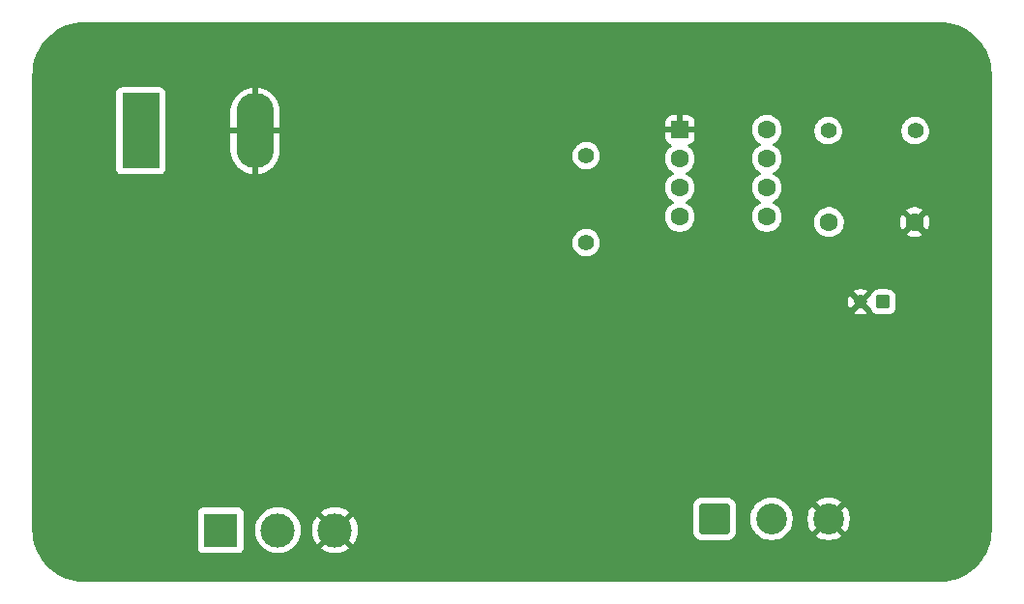
<source format=gbr>
%TF.GenerationSoftware,KiCad,Pcbnew,9.0.2*%
%TF.CreationDate,2025-06-20T12:40:34-04:00*%
%TF.ProjectId,criss,63726973-732e-46b6-9963-61645f706362,rev?*%
%TF.SameCoordinates,Original*%
%TF.FileFunction,Copper,L1,Top*%
%TF.FilePolarity,Positive*%
%FSLAX46Y46*%
G04 Gerber Fmt 4.6, Leading zero omitted, Abs format (unit mm)*
G04 Created by KiCad (PCBNEW 9.0.2) date 2025-06-20 12:40:34*
%MOMM*%
%LPD*%
G01*
G04 APERTURE LIST*
G04 Aperture macros list*
%AMRoundRect*
0 Rectangle with rounded corners*
0 $1 Rounding radius*
0 $2 $3 $4 $5 $6 $7 $8 $9 X,Y pos of 4 corners*
0 Add a 4 corners polygon primitive as box body*
4,1,4,$2,$3,$4,$5,$6,$7,$8,$9,$2,$3,0*
0 Add four circle primitives for the rounded corners*
1,1,$1+$1,$2,$3*
1,1,$1+$1,$4,$5*
1,1,$1+$1,$6,$7*
1,1,$1+$1,$8,$9*
0 Add four rect primitives between the rounded corners*
20,1,$1+$1,$2,$3,$4,$5,0*
20,1,$1+$1,$4,$5,$6,$7,0*
20,1,$1+$1,$6,$7,$8,$9,0*
20,1,$1+$1,$8,$9,$2,$3,0*%
G04 Aperture macros list end*
%TA.AperFunction,ComponentPad*%
%ADD10RoundRect,0.250000X0.350000X0.350000X-0.350000X0.350000X-0.350000X-0.350000X0.350000X-0.350000X0*%
%TD*%
%TA.AperFunction,ComponentPad*%
%ADD11C,1.200000*%
%TD*%
%TA.AperFunction,ComponentPad*%
%ADD12RoundRect,0.250000X-0.550000X-0.550000X0.550000X-0.550000X0.550000X0.550000X-0.550000X0.550000X0*%
%TD*%
%TA.AperFunction,ComponentPad*%
%ADD13C,1.600000*%
%TD*%
%TA.AperFunction,ComponentPad*%
%ADD14R,3.300000X6.600000*%
%TD*%
%TA.AperFunction,ComponentPad*%
%ADD15O,3.300000X6.600000*%
%TD*%
%TA.AperFunction,ComponentPad*%
%ADD16C,1.400000*%
%TD*%
%TA.AperFunction,ComponentPad*%
%ADD17R,3.000000X3.000000*%
%TD*%
%TA.AperFunction,ComponentPad*%
%ADD18C,3.000000*%
%TD*%
%TA.AperFunction,ComponentPad*%
%ADD19RoundRect,0.250001X-1.099999X-1.099999X1.099999X-1.099999X1.099999X1.099999X-1.099999X1.099999X0*%
%TD*%
%TA.AperFunction,ComponentPad*%
%ADD20C,2.700000*%
%TD*%
G04 APERTURE END LIST*
D10*
%TO.P,C2,1*%
%TO.N,Net-(U1-DIS)*%
X95000000Y-45000000D03*
D11*
%TO.P,C2,2*%
%TO.N,GND*%
X93000000Y-45000000D03*
%TD*%
D12*
%TO.P,U1,1,GND*%
%TO.N,GND*%
X77195000Y-29920000D03*
D13*
%TO.P,U1,2,TR*%
%TO.N,Net-(U1-TR)*%
X77195000Y-32460000D03*
%TO.P,U1,3,Q*%
%TO.N,Net-(J1-Pin_2)*%
X77195000Y-35000000D03*
%TO.P,U1,4,R*%
%TO.N,+5V*%
X77195000Y-37540000D03*
%TO.P,U1,5,CV*%
%TO.N,Net-(U1-CV)*%
X84815000Y-37540000D03*
%TO.P,U1,6,THR*%
%TO.N,Net-(U1-DIS)*%
X84815000Y-35000000D03*
%TO.P,U1,7,DIS*%
X84815000Y-32460000D03*
%TO.P,U1,8,VCC*%
%TO.N,+5V*%
X84815000Y-29920000D03*
%TD*%
D14*
%TO.P,J2,1,Pin_1*%
%TO.N,+5V*%
X30000000Y-30000000D03*
D15*
%TO.P,J2,2,Pin_2*%
%TO.N,GND*%
X40000000Y-30000000D03*
%TD*%
D16*
%TO.P,R2,1*%
%TO.N,+5V*%
X69000000Y-39810000D03*
%TO.P,R2,2*%
%TO.N,Net-(U1-TR)*%
X69000000Y-32190000D03*
%TD*%
D17*
%TO.P,RV1,1,1*%
%TO.N,unconnected-(RV1-Pad1)*%
X37000000Y-65000000D03*
D18*
%TO.P,RV1,2,2*%
%TO.N,Net-(U1-TR)*%
X42000000Y-65000000D03*
%TO.P,RV1,3,3*%
%TO.N,GND*%
X47000000Y-65000000D03*
%TD*%
D13*
%TO.P,C1,1*%
%TO.N,Net-(U1-CV)*%
X90250000Y-38000000D03*
%TO.P,C1,2*%
%TO.N,GND*%
X97750000Y-38000000D03*
%TD*%
D19*
%TO.P,J1,1,Pin_1*%
%TO.N,+5V*%
X80222500Y-64000000D03*
D20*
%TO.P,J1,2,Pin_2*%
%TO.N,Net-(J1-Pin_2)*%
X85222500Y-64000000D03*
%TO.P,J1,3,Pin_3*%
%TO.N,GND*%
X90222500Y-64000000D03*
%TD*%
D16*
%TO.P,R1,1*%
%TO.N,+5V*%
X90190000Y-30000000D03*
%TO.P,R1,2*%
%TO.N,Net-(U1-DIS)*%
X97810000Y-30000000D03*
%TD*%
%TA.AperFunction,Conductor*%
%TO.N,GND*%
G36*
X100002702Y-20500617D02*
G01*
X100386771Y-20517386D01*
X100397506Y-20518326D01*
X100775971Y-20568152D01*
X100786597Y-20570025D01*
X101159284Y-20652648D01*
X101169710Y-20655442D01*
X101533765Y-20770227D01*
X101543911Y-20773920D01*
X101896578Y-20920000D01*
X101906369Y-20924566D01*
X102244942Y-21100816D01*
X102254310Y-21106224D01*
X102576244Y-21311318D01*
X102585105Y-21317523D01*
X102887930Y-21549889D01*
X102896217Y-21556843D01*
X103177635Y-21814715D01*
X103185284Y-21822364D01*
X103443156Y-22103782D01*
X103450110Y-22112069D01*
X103682476Y-22414894D01*
X103688681Y-22423755D01*
X103893775Y-22745689D01*
X103899183Y-22755057D01*
X104075430Y-23093623D01*
X104080002Y-23103427D01*
X104226075Y-23456078D01*
X104229775Y-23466244D01*
X104344554Y-23830278D01*
X104347354Y-23840727D01*
X104429971Y-24213389D01*
X104431849Y-24224042D01*
X104481671Y-24602473D01*
X104482614Y-24613249D01*
X104499382Y-24997297D01*
X104499500Y-25002706D01*
X104499500Y-64997293D01*
X104499382Y-65002702D01*
X104482614Y-65386750D01*
X104481671Y-65397526D01*
X104431849Y-65775957D01*
X104429971Y-65786610D01*
X104347354Y-66159272D01*
X104344554Y-66169721D01*
X104229775Y-66533755D01*
X104226075Y-66543921D01*
X104080002Y-66896572D01*
X104075430Y-66906376D01*
X103899183Y-67244942D01*
X103893775Y-67254310D01*
X103688681Y-67576244D01*
X103682476Y-67585105D01*
X103450110Y-67887930D01*
X103443156Y-67896217D01*
X103185284Y-68177635D01*
X103177635Y-68185284D01*
X102896217Y-68443156D01*
X102887930Y-68450110D01*
X102585105Y-68682476D01*
X102576244Y-68688681D01*
X102254310Y-68893775D01*
X102244942Y-68899183D01*
X101906376Y-69075430D01*
X101896572Y-69080002D01*
X101543921Y-69226075D01*
X101533755Y-69229775D01*
X101169721Y-69344554D01*
X101159272Y-69347354D01*
X100786610Y-69429971D01*
X100775957Y-69431849D01*
X100397526Y-69481671D01*
X100386750Y-69482614D01*
X100002703Y-69499382D01*
X99997294Y-69499500D01*
X25002706Y-69499500D01*
X24997297Y-69499382D01*
X24613249Y-69482614D01*
X24602473Y-69481671D01*
X24224042Y-69431849D01*
X24213389Y-69429971D01*
X23840727Y-69347354D01*
X23830278Y-69344554D01*
X23466244Y-69229775D01*
X23456078Y-69226075D01*
X23103427Y-69080002D01*
X23093623Y-69075430D01*
X22755057Y-68899183D01*
X22745689Y-68893775D01*
X22423755Y-68688681D01*
X22414894Y-68682476D01*
X22112069Y-68450110D01*
X22103782Y-68443156D01*
X21822364Y-68185284D01*
X21814715Y-68177635D01*
X21556843Y-67896217D01*
X21549889Y-67887930D01*
X21317523Y-67585105D01*
X21311318Y-67576244D01*
X21106224Y-67254310D01*
X21100816Y-67244942D01*
X20973307Y-67000000D01*
X20924566Y-66906369D01*
X20919997Y-66896572D01*
X20773920Y-66543911D01*
X20770224Y-66533755D01*
X20655442Y-66169710D01*
X20652648Y-66159284D01*
X20570025Y-65786597D01*
X20568152Y-65775971D01*
X20518326Y-65397506D01*
X20517386Y-65386771D01*
X20500618Y-65002702D01*
X20500500Y-64997293D01*
X20500500Y-63452135D01*
X34999500Y-63452135D01*
X34999500Y-66547870D01*
X34999501Y-66547876D01*
X35005908Y-66607483D01*
X35056202Y-66742328D01*
X35056206Y-66742335D01*
X35142452Y-66857544D01*
X35142455Y-66857547D01*
X35257664Y-66943793D01*
X35257671Y-66943797D01*
X35392517Y-66994091D01*
X35392516Y-66994091D01*
X35399444Y-66994835D01*
X35452127Y-67000500D01*
X38547872Y-67000499D01*
X38607483Y-66994091D01*
X38742331Y-66943796D01*
X38857546Y-66857546D01*
X38943796Y-66742331D01*
X38994091Y-66607483D01*
X39000500Y-66547873D01*
X39000499Y-64868872D01*
X39999500Y-64868872D01*
X39999500Y-65131127D01*
X40015519Y-65252795D01*
X40033730Y-65391116D01*
X40089700Y-65600000D01*
X40101602Y-65644418D01*
X40101605Y-65644428D01*
X40201953Y-65886690D01*
X40201958Y-65886700D01*
X40333075Y-66113803D01*
X40492718Y-66321851D01*
X40492726Y-66321860D01*
X40678140Y-66507274D01*
X40678148Y-66507281D01*
X40886196Y-66666924D01*
X41113299Y-66798041D01*
X41113309Y-66798046D01*
X41355571Y-66898394D01*
X41355581Y-66898398D01*
X41608884Y-66966270D01*
X41857188Y-66998960D01*
X41868864Y-67000498D01*
X41868880Y-67000500D01*
X41868887Y-67000500D01*
X42131113Y-67000500D01*
X42131120Y-67000500D01*
X42391116Y-66966270D01*
X42644419Y-66898398D01*
X42886697Y-66798043D01*
X43113803Y-66666924D01*
X43321851Y-66507282D01*
X43321855Y-66507277D01*
X43321860Y-66507274D01*
X43507274Y-66321860D01*
X43507277Y-66321855D01*
X43507282Y-66321851D01*
X43666924Y-66113803D01*
X43798043Y-65886697D01*
X43898398Y-65644419D01*
X43966270Y-65391116D01*
X44000500Y-65131120D01*
X44000500Y-64868905D01*
X45000000Y-64868905D01*
X45000000Y-65131094D01*
X45034220Y-65391009D01*
X45034222Y-65391020D01*
X45102075Y-65644255D01*
X45202404Y-65886471D01*
X45202409Y-65886482D01*
X45333488Y-66113516D01*
X45333494Y-66113524D01*
X45420080Y-66226365D01*
X46435387Y-65211058D01*
X46440889Y-65231591D01*
X46519881Y-65368408D01*
X46631592Y-65480119D01*
X46768409Y-65559111D01*
X46788940Y-65564612D01*
X45773633Y-66579917D01*
X45773633Y-66579918D01*
X45886475Y-66666505D01*
X45886483Y-66666511D01*
X46113517Y-66797590D01*
X46113528Y-66797595D01*
X46355744Y-66897924D01*
X46608979Y-66965777D01*
X46608990Y-66965779D01*
X46868905Y-66999999D01*
X46868920Y-67000000D01*
X47131080Y-67000000D01*
X47131094Y-66999999D01*
X47391009Y-66965779D01*
X47391020Y-66965777D01*
X47644255Y-66897924D01*
X47886471Y-66797595D01*
X47886482Y-66797590D01*
X48113516Y-66666511D01*
X48113534Y-66666499D01*
X48226365Y-66579919D01*
X48226365Y-66579917D01*
X47211059Y-65564612D01*
X47231591Y-65559111D01*
X47368408Y-65480119D01*
X47480119Y-65368408D01*
X47559111Y-65231591D01*
X47564612Y-65211060D01*
X48579917Y-66226365D01*
X48579919Y-66226365D01*
X48666499Y-66113534D01*
X48666511Y-66113516D01*
X48797590Y-65886482D01*
X48797595Y-65886471D01*
X48897924Y-65644255D01*
X48965777Y-65391020D01*
X48965779Y-65391009D01*
X48999999Y-65131094D01*
X49000000Y-65131080D01*
X49000000Y-64868919D01*
X48999999Y-64868905D01*
X48965779Y-64608990D01*
X48965777Y-64608979D01*
X48897924Y-64355744D01*
X48797595Y-64113528D01*
X48797590Y-64113517D01*
X48666511Y-63886483D01*
X48666505Y-63886475D01*
X48579918Y-63773633D01*
X48579917Y-63773633D01*
X47564612Y-64788939D01*
X47559111Y-64768409D01*
X47480119Y-64631592D01*
X47368408Y-64519881D01*
X47231591Y-64440889D01*
X47211057Y-64435387D01*
X48226365Y-63420080D01*
X48113524Y-63333494D01*
X48113516Y-63333488D01*
X47886482Y-63202409D01*
X47886471Y-63202404D01*
X47644255Y-63102075D01*
X47391020Y-63034222D01*
X47391009Y-63034220D01*
X47131094Y-63000000D01*
X46868905Y-63000000D01*
X46608990Y-63034220D01*
X46608979Y-63034222D01*
X46355744Y-63102075D01*
X46113528Y-63202404D01*
X46113517Y-63202409D01*
X45886471Y-63333496D01*
X45773633Y-63420079D01*
X45773633Y-63420080D01*
X46788940Y-64435387D01*
X46768409Y-64440889D01*
X46631592Y-64519881D01*
X46519881Y-64631592D01*
X46440889Y-64768409D01*
X46435387Y-64788940D01*
X45420080Y-63773633D01*
X45420079Y-63773633D01*
X45333496Y-63886471D01*
X45202409Y-64113517D01*
X45202404Y-64113528D01*
X45102075Y-64355744D01*
X45034222Y-64608979D01*
X45034220Y-64608990D01*
X45000000Y-64868905D01*
X44000500Y-64868905D01*
X44000500Y-64868880D01*
X43966270Y-64608884D01*
X43898398Y-64355581D01*
X43801334Y-64121248D01*
X43798046Y-64113309D01*
X43798041Y-64113299D01*
X43666924Y-63886196D01*
X43507281Y-63678148D01*
X43507274Y-63678140D01*
X43321860Y-63492726D01*
X43321851Y-63492718D01*
X43113803Y-63333075D01*
X42886700Y-63201958D01*
X42886690Y-63201953D01*
X42644428Y-63101605D01*
X42644421Y-63101603D01*
X42644419Y-63101602D01*
X42391116Y-63033730D01*
X42333339Y-63026123D01*
X42131127Y-62999500D01*
X42131120Y-62999500D01*
X41868880Y-62999500D01*
X41868872Y-62999500D01*
X41637772Y-63029926D01*
X41608884Y-63033730D01*
X41355581Y-63101602D01*
X41355571Y-63101605D01*
X41113309Y-63201953D01*
X41113299Y-63201958D01*
X40886196Y-63333075D01*
X40678148Y-63492718D01*
X40492718Y-63678148D01*
X40333075Y-63886196D01*
X40201958Y-64113299D01*
X40201953Y-64113309D01*
X40101605Y-64355571D01*
X40101602Y-64355581D01*
X40033730Y-64608884D01*
X40033716Y-64608990D01*
X39999500Y-64868872D01*
X39000499Y-64868872D01*
X39000499Y-63452128D01*
X38994091Y-63392517D01*
X38943796Y-63257669D01*
X38943795Y-63257668D01*
X38943793Y-63257664D01*
X38857547Y-63142455D01*
X38857544Y-63142452D01*
X38742335Y-63056206D01*
X38742328Y-63056202D01*
X38607482Y-63005908D01*
X38607483Y-63005908D01*
X38547883Y-62999501D01*
X38547881Y-62999500D01*
X38547873Y-62999500D01*
X38547864Y-62999500D01*
X35452129Y-62999500D01*
X35452123Y-62999501D01*
X35392516Y-63005908D01*
X35257671Y-63056202D01*
X35257664Y-63056206D01*
X35142455Y-63142452D01*
X35142452Y-63142455D01*
X35056206Y-63257664D01*
X35056202Y-63257671D01*
X35005908Y-63392517D01*
X34999501Y-63452116D01*
X34999501Y-63452123D01*
X34999500Y-63452135D01*
X20500500Y-63452135D01*
X20500500Y-62849984D01*
X78372000Y-62849984D01*
X78372000Y-65150015D01*
X78382500Y-65252795D01*
X78382501Y-65252796D01*
X78437686Y-65419335D01*
X78437687Y-65419337D01*
X78529786Y-65568651D01*
X78529789Y-65568655D01*
X78653844Y-65692710D01*
X78653848Y-65692713D01*
X78803162Y-65784812D01*
X78803164Y-65784813D01*
X78803166Y-65784814D01*
X78969703Y-65839999D01*
X79072492Y-65850500D01*
X79072497Y-65850500D01*
X81372503Y-65850500D01*
X81372508Y-65850500D01*
X81475297Y-65839999D01*
X81641834Y-65784814D01*
X81791155Y-65692711D01*
X81915211Y-65568655D01*
X82007314Y-65419334D01*
X82062499Y-65252797D01*
X82073000Y-65150008D01*
X82073000Y-63878711D01*
X83372000Y-63878711D01*
X83372000Y-64121288D01*
X83403661Y-64361785D01*
X83466447Y-64596104D01*
X83558084Y-64817335D01*
X83559276Y-64820212D01*
X83680564Y-65030289D01*
X83680566Y-65030292D01*
X83680567Y-65030293D01*
X83828233Y-65222736D01*
X83828239Y-65222743D01*
X83999756Y-65394260D01*
X83999763Y-65394266D01*
X84102288Y-65472936D01*
X84192211Y-65541936D01*
X84402288Y-65663224D01*
X84626400Y-65756054D01*
X84860711Y-65818838D01*
X85021440Y-65839998D01*
X85101211Y-65850500D01*
X85101212Y-65850500D01*
X85343789Y-65850500D01*
X85423552Y-65839999D01*
X85584289Y-65818838D01*
X85818600Y-65756054D01*
X86042712Y-65663224D01*
X86252789Y-65541936D01*
X86445238Y-65394265D01*
X86471095Y-65368408D01*
X86502201Y-65337303D01*
X86616760Y-65222743D01*
X86616765Y-65222738D01*
X86764436Y-65030289D01*
X86885724Y-64820212D01*
X86978554Y-64596100D01*
X87041338Y-64361789D01*
X87073000Y-64121288D01*
X87073000Y-63878751D01*
X88372500Y-63878751D01*
X88372500Y-64121248D01*
X88372501Y-64121264D01*
X88404153Y-64361687D01*
X88466921Y-64595939D01*
X88559720Y-64819978D01*
X88559727Y-64819992D01*
X88680981Y-65030010D01*
X88749561Y-65119384D01*
X89468384Y-64400560D01*
X89469240Y-64402626D01*
X89562262Y-64541844D01*
X89680656Y-64660238D01*
X89819874Y-64753260D01*
X89821937Y-64754114D01*
X89103114Y-65472936D01*
X89103114Y-65472937D01*
X89192489Y-65541517D01*
X89192496Y-65541522D01*
X89402507Y-65662772D01*
X89402521Y-65662779D01*
X89626560Y-65755578D01*
X89860812Y-65818346D01*
X90101235Y-65849998D01*
X90101252Y-65850000D01*
X90343748Y-65850000D01*
X90343764Y-65849998D01*
X90584187Y-65818346D01*
X90818439Y-65755578D01*
X91042478Y-65662779D01*
X91042492Y-65662772D01*
X91252516Y-65541515D01*
X91341884Y-65472939D01*
X91341884Y-65472936D01*
X90623062Y-64754114D01*
X90625126Y-64753260D01*
X90764344Y-64660238D01*
X90882738Y-64541844D01*
X90975760Y-64402626D01*
X90976614Y-64400562D01*
X91695436Y-65119384D01*
X91695439Y-65119384D01*
X91764015Y-65030016D01*
X91885272Y-64819992D01*
X91885279Y-64819978D01*
X91978078Y-64595939D01*
X92040846Y-64361687D01*
X92072498Y-64121264D01*
X92072500Y-64121248D01*
X92072500Y-63878751D01*
X92072498Y-63878735D01*
X92040846Y-63638312D01*
X91978078Y-63404060D01*
X91885279Y-63180021D01*
X91885272Y-63180007D01*
X91764022Y-62969996D01*
X91764017Y-62969989D01*
X91695437Y-62880614D01*
X91695436Y-62880614D01*
X90976614Y-63599436D01*
X90975760Y-63597374D01*
X90882738Y-63458156D01*
X90764344Y-63339762D01*
X90625126Y-63246740D01*
X90623060Y-63245884D01*
X91341884Y-62527061D01*
X91252510Y-62458481D01*
X91042492Y-62337227D01*
X91042478Y-62337220D01*
X90818439Y-62244421D01*
X90584187Y-62181653D01*
X90343764Y-62150001D01*
X90343748Y-62150000D01*
X90101252Y-62150000D01*
X90101235Y-62150001D01*
X89860812Y-62181653D01*
X89626560Y-62244421D01*
X89402521Y-62337220D01*
X89402506Y-62337227D01*
X89192490Y-62458480D01*
X89103114Y-62527060D01*
X89103114Y-62527061D01*
X89821938Y-63245885D01*
X89819874Y-63246740D01*
X89680656Y-63339762D01*
X89562262Y-63458156D01*
X89469240Y-63597374D01*
X89468385Y-63599438D01*
X88749561Y-62880614D01*
X88749560Y-62880614D01*
X88680980Y-62969990D01*
X88559727Y-63180006D01*
X88559720Y-63180021D01*
X88466921Y-63404060D01*
X88404153Y-63638312D01*
X88372501Y-63878735D01*
X88372500Y-63878751D01*
X87073000Y-63878751D01*
X87073000Y-63878712D01*
X87041338Y-63638211D01*
X86978554Y-63403900D01*
X86885724Y-63179788D01*
X86764436Y-62969711D01*
X86672573Y-62849992D01*
X86616766Y-62777263D01*
X86616760Y-62777256D01*
X86445243Y-62605739D01*
X86445236Y-62605733D01*
X86252793Y-62458067D01*
X86252792Y-62458066D01*
X86252789Y-62458064D01*
X86042712Y-62336776D01*
X86042705Y-62336773D01*
X85818604Y-62243947D01*
X85584285Y-62181161D01*
X85343789Y-62149500D01*
X85343788Y-62149500D01*
X85101212Y-62149500D01*
X85101211Y-62149500D01*
X84860714Y-62181161D01*
X84626395Y-62243947D01*
X84402294Y-62336773D01*
X84402285Y-62336777D01*
X84192206Y-62458067D01*
X83999763Y-62605733D01*
X83999756Y-62605739D01*
X83828239Y-62777256D01*
X83828233Y-62777263D01*
X83680567Y-62969706D01*
X83680564Y-62969710D01*
X83680564Y-62969711D01*
X83664317Y-62997851D01*
X83559277Y-63179785D01*
X83559273Y-63179794D01*
X83466447Y-63403895D01*
X83403661Y-63638214D01*
X83372000Y-63878711D01*
X82073000Y-63878711D01*
X82073000Y-62849992D01*
X82062499Y-62747203D01*
X82007314Y-62580666D01*
X81974249Y-62527060D01*
X81915213Y-62431348D01*
X81915210Y-62431344D01*
X81791155Y-62307289D01*
X81791151Y-62307286D01*
X81641837Y-62215187D01*
X81641835Y-62215186D01*
X81540638Y-62181653D01*
X81475297Y-62160001D01*
X81475295Y-62160000D01*
X81372515Y-62149500D01*
X81372508Y-62149500D01*
X79072492Y-62149500D01*
X79072484Y-62149500D01*
X78969704Y-62160000D01*
X78969703Y-62160001D01*
X78803164Y-62215186D01*
X78803162Y-62215187D01*
X78653848Y-62307286D01*
X78653844Y-62307289D01*
X78529789Y-62431344D01*
X78529786Y-62431348D01*
X78437687Y-62580662D01*
X78437686Y-62580664D01*
X78382501Y-62747203D01*
X78382500Y-62747204D01*
X78372000Y-62849984D01*
X20500500Y-62849984D01*
X20500500Y-45936289D01*
X92417261Y-45936289D01*
X92417262Y-45936290D01*
X92423471Y-45940801D01*
X92577742Y-46019408D01*
X92742415Y-46072914D01*
X92913429Y-46100000D01*
X93086571Y-46100000D01*
X93257584Y-46072914D01*
X93422257Y-46019408D01*
X93576525Y-45940803D01*
X93582736Y-45936289D01*
X93582737Y-45936289D01*
X93000001Y-45353553D01*
X93000000Y-45353553D01*
X92417261Y-45936289D01*
X20500500Y-45936289D01*
X20500500Y-44913428D01*
X91900000Y-44913428D01*
X91900000Y-45086571D01*
X91927085Y-45257584D01*
X91980592Y-45422259D01*
X92059196Y-45576525D01*
X92063709Y-45582736D01*
X92063709Y-45582737D01*
X92646446Y-45000001D01*
X92646446Y-44999999D01*
X92606951Y-44960504D01*
X92700000Y-44960504D01*
X92700000Y-45039496D01*
X92720444Y-45115796D01*
X92759940Y-45184205D01*
X92815795Y-45240060D01*
X92884204Y-45279556D01*
X92960504Y-45300000D01*
X93039496Y-45300000D01*
X93115796Y-45279556D01*
X93184205Y-45240060D01*
X93240060Y-45184205D01*
X93279556Y-45115796D01*
X93300000Y-45039496D01*
X93300000Y-44999999D01*
X93353553Y-44999999D01*
X93353553Y-45000000D01*
X93915807Y-45562254D01*
X93945831Y-45610929D01*
X93965184Y-45669331D01*
X93965186Y-45669334D01*
X94057288Y-45818656D01*
X94181344Y-45942712D01*
X94330666Y-46034814D01*
X94497203Y-46089999D01*
X94599991Y-46100500D01*
X95400008Y-46100499D01*
X95400016Y-46100498D01*
X95400019Y-46100498D01*
X95456302Y-46094748D01*
X95502797Y-46089999D01*
X95669334Y-46034814D01*
X95818656Y-45942712D01*
X95942712Y-45818656D01*
X96034814Y-45669334D01*
X96089999Y-45502797D01*
X96100500Y-45400009D01*
X96100499Y-44599992D01*
X96089999Y-44497203D01*
X96034814Y-44330666D01*
X95942712Y-44181344D01*
X95818656Y-44057288D01*
X95669334Y-43965186D01*
X95502797Y-43910001D01*
X95502795Y-43910000D01*
X95400010Y-43899500D01*
X94599998Y-43899500D01*
X94599980Y-43899501D01*
X94497203Y-43910000D01*
X94497200Y-43910001D01*
X94330668Y-43965185D01*
X94330663Y-43965187D01*
X94181342Y-44057289D01*
X94057289Y-44181342D01*
X93965186Y-44330666D01*
X93945834Y-44389066D01*
X93915809Y-44437742D01*
X93353553Y-44999999D01*
X93300000Y-44999999D01*
X93300000Y-44960504D01*
X93279556Y-44884204D01*
X93240060Y-44815795D01*
X93184205Y-44759940D01*
X93115796Y-44720444D01*
X93039496Y-44700000D01*
X92960504Y-44700000D01*
X92884204Y-44720444D01*
X92815795Y-44759940D01*
X92759940Y-44815795D01*
X92720444Y-44884204D01*
X92700000Y-44960504D01*
X92606951Y-44960504D01*
X92063709Y-44417261D01*
X92063708Y-44417261D01*
X92059203Y-44423463D01*
X92059193Y-44423480D01*
X91980592Y-44577740D01*
X91927085Y-44742415D01*
X91900000Y-44913428D01*
X20500500Y-44913428D01*
X20500500Y-44063708D01*
X92417261Y-44063708D01*
X92417261Y-44063709D01*
X93000000Y-44646446D01*
X93000001Y-44646446D01*
X93582737Y-44063709D01*
X93576525Y-44059196D01*
X93422259Y-43980592D01*
X93257584Y-43927085D01*
X93086571Y-43900000D01*
X92913429Y-43900000D01*
X92742415Y-43927085D01*
X92577740Y-43980592D01*
X92423480Y-44059193D01*
X92423463Y-44059203D01*
X92417261Y-44063708D01*
X20500500Y-44063708D01*
X20500500Y-39715513D01*
X67799500Y-39715513D01*
X67799500Y-39904486D01*
X67829059Y-40091118D01*
X67887454Y-40270836D01*
X67973240Y-40439199D01*
X68084310Y-40592073D01*
X68217927Y-40725690D01*
X68370801Y-40836760D01*
X68450347Y-40877290D01*
X68539163Y-40922545D01*
X68539165Y-40922545D01*
X68539168Y-40922547D01*
X68635497Y-40953846D01*
X68718881Y-40980940D01*
X68905514Y-41010500D01*
X68905519Y-41010500D01*
X69094486Y-41010500D01*
X69281118Y-40980940D01*
X69460832Y-40922547D01*
X69629199Y-40836760D01*
X69782073Y-40725690D01*
X69915690Y-40592073D01*
X70026760Y-40439199D01*
X70112547Y-40270832D01*
X70170940Y-40091118D01*
X70200500Y-39904486D01*
X70200500Y-39715513D01*
X70170940Y-39528881D01*
X70112545Y-39349163D01*
X70026759Y-39180800D01*
X69976981Y-39112287D01*
X69915690Y-39027927D01*
X69782073Y-38894310D01*
X69629199Y-38783240D01*
X69460836Y-38697454D01*
X69281118Y-38639059D01*
X69094486Y-38609500D01*
X69094481Y-38609500D01*
X68905519Y-38609500D01*
X68905514Y-38609500D01*
X68718881Y-38639059D01*
X68539163Y-38697454D01*
X68370800Y-38783240D01*
X68336065Y-38808477D01*
X68217927Y-38894310D01*
X68217925Y-38894312D01*
X68217924Y-38894312D01*
X68084312Y-39027924D01*
X68084312Y-39027925D01*
X68084310Y-39027927D01*
X68046859Y-39079474D01*
X67973240Y-39180800D01*
X67887454Y-39349163D01*
X67829059Y-39528881D01*
X67799500Y-39715513D01*
X20500500Y-39715513D01*
X20500500Y-26652135D01*
X27849500Y-26652135D01*
X27849500Y-33347870D01*
X27849501Y-33347876D01*
X27855908Y-33407483D01*
X27906202Y-33542328D01*
X27906206Y-33542335D01*
X27992452Y-33657544D01*
X27992455Y-33657547D01*
X28107664Y-33743793D01*
X28107671Y-33743797D01*
X28242517Y-33794091D01*
X28242516Y-33794091D01*
X28248925Y-33794780D01*
X28302127Y-33800500D01*
X31697872Y-33800499D01*
X31757483Y-33794091D01*
X31892331Y-33743796D01*
X32007546Y-33657546D01*
X32093796Y-33542331D01*
X32144091Y-33407483D01*
X32150500Y-33347873D01*
X32150499Y-28209088D01*
X37850000Y-28209088D01*
X37850000Y-29750000D01*
X38925885Y-29750000D01*
X38900000Y-29913428D01*
X38900000Y-30086572D01*
X38925885Y-30250000D01*
X37850000Y-30250000D01*
X37850000Y-31790911D01*
X37850001Y-31790928D01*
X37886786Y-32070340D01*
X37959733Y-32342582D01*
X38067584Y-32602957D01*
X38067589Y-32602968D01*
X38208500Y-32847031D01*
X38208511Y-32847047D01*
X38380074Y-33070633D01*
X38380080Y-33070640D01*
X38579359Y-33269919D01*
X38579366Y-33269925D01*
X38802952Y-33441488D01*
X38802968Y-33441499D01*
X39047031Y-33582410D01*
X39047042Y-33582415D01*
X39307417Y-33690266D01*
X39579659Y-33763213D01*
X39750000Y-33785639D01*
X39750000Y-31074115D01*
X39913428Y-31100000D01*
X40086572Y-31100000D01*
X40250000Y-31074115D01*
X40250000Y-33785638D01*
X40420340Y-33763213D01*
X40692582Y-33690266D01*
X40952957Y-33582415D01*
X40952968Y-33582410D01*
X41197031Y-33441499D01*
X41197047Y-33441488D01*
X41420633Y-33269925D01*
X41420640Y-33269919D01*
X41619919Y-33070640D01*
X41619925Y-33070633D01*
X41791488Y-32847047D01*
X41791499Y-32847031D01*
X41932410Y-32602968D01*
X41932415Y-32602957D01*
X42040266Y-32342582D01*
X42106468Y-32095513D01*
X67799500Y-32095513D01*
X67799500Y-32284486D01*
X67829059Y-32471118D01*
X67887454Y-32650836D01*
X67945387Y-32764534D01*
X67973240Y-32819199D01*
X68084310Y-32972073D01*
X68217927Y-33105690D01*
X68370801Y-33216760D01*
X68450347Y-33257290D01*
X68539163Y-33302545D01*
X68539165Y-33302545D01*
X68539168Y-33302547D01*
X68635497Y-33333846D01*
X68718881Y-33360940D01*
X68905514Y-33390500D01*
X68905519Y-33390500D01*
X69094486Y-33390500D01*
X69281118Y-33360940D01*
X69321303Y-33347883D01*
X69460832Y-33302547D01*
X69629199Y-33216760D01*
X69782073Y-33105690D01*
X69915690Y-32972073D01*
X70026760Y-32819199D01*
X70112547Y-32650832D01*
X70170940Y-32471118D01*
X70188912Y-32357648D01*
X75894500Y-32357648D01*
X75894500Y-32562351D01*
X75926522Y-32764534D01*
X75989781Y-32959223D01*
X76082715Y-33141613D01*
X76203028Y-33307213D01*
X76347786Y-33451971D01*
X76472164Y-33542335D01*
X76513390Y-33572287D01*
X76604840Y-33618883D01*
X76606080Y-33619515D01*
X76656876Y-33667490D01*
X76673671Y-33735311D01*
X76651134Y-33801446D01*
X76606080Y-33840485D01*
X76513386Y-33887715D01*
X76347786Y-34008028D01*
X76203028Y-34152786D01*
X76082715Y-34318386D01*
X75989781Y-34500776D01*
X75926522Y-34695465D01*
X75894500Y-34897648D01*
X75894500Y-35102351D01*
X75926522Y-35304534D01*
X75989781Y-35499223D01*
X76082715Y-35681613D01*
X76203028Y-35847213D01*
X76347786Y-35991971D01*
X76502749Y-36104556D01*
X76513390Y-36112287D01*
X76604840Y-36158883D01*
X76606080Y-36159515D01*
X76656876Y-36207490D01*
X76673671Y-36275311D01*
X76651134Y-36341446D01*
X76606080Y-36380485D01*
X76513386Y-36427715D01*
X76347786Y-36548028D01*
X76203028Y-36692786D01*
X76082715Y-36858386D01*
X75989781Y-37040776D01*
X75926522Y-37235465D01*
X75894500Y-37437648D01*
X75894500Y-37642352D01*
X75898878Y-37669995D01*
X75926522Y-37844534D01*
X75989781Y-38039223D01*
X76082715Y-38221613D01*
X76203028Y-38387213D01*
X76347786Y-38531971D01*
X76454498Y-38609500D01*
X76513390Y-38652287D01*
X76629607Y-38711503D01*
X76695776Y-38745218D01*
X76695778Y-38745218D01*
X76695781Y-38745220D01*
X76800137Y-38779127D01*
X76890465Y-38808477D01*
X76991557Y-38824488D01*
X77092648Y-38840500D01*
X77092649Y-38840500D01*
X77297351Y-38840500D01*
X77297352Y-38840500D01*
X77499534Y-38808477D01*
X77694219Y-38745220D01*
X77876610Y-38652287D01*
X77969590Y-38584732D01*
X78042213Y-38531971D01*
X78042215Y-38531968D01*
X78042219Y-38531966D01*
X78186966Y-38387219D01*
X78186968Y-38387215D01*
X78186971Y-38387213D01*
X78247125Y-38304417D01*
X78307287Y-38221610D01*
X78400220Y-38039219D01*
X78463477Y-37844534D01*
X78495500Y-37642352D01*
X78495500Y-37437648D01*
X78476611Y-37318390D01*
X78463477Y-37235465D01*
X78400218Y-37040776D01*
X78366503Y-36974607D01*
X78307287Y-36858390D01*
X78299556Y-36847749D01*
X78186971Y-36692786D01*
X78042213Y-36548028D01*
X77876614Y-36427715D01*
X77870006Y-36424348D01*
X77783917Y-36380483D01*
X77733123Y-36332511D01*
X77716328Y-36264690D01*
X77738865Y-36198555D01*
X77783917Y-36159516D01*
X77876610Y-36112287D01*
X77897770Y-36096913D01*
X78042213Y-35991971D01*
X78042215Y-35991968D01*
X78042219Y-35991966D01*
X78186966Y-35847219D01*
X78186968Y-35847215D01*
X78186971Y-35847213D01*
X78239732Y-35774590D01*
X78307287Y-35681610D01*
X78400220Y-35499219D01*
X78463477Y-35304534D01*
X78495500Y-35102352D01*
X78495500Y-34897648D01*
X78463477Y-34695466D01*
X78400220Y-34500781D01*
X78400218Y-34500778D01*
X78400218Y-34500776D01*
X78366503Y-34434607D01*
X78307287Y-34318390D01*
X78299556Y-34307749D01*
X78186971Y-34152786D01*
X78042213Y-34008028D01*
X77876614Y-33887715D01*
X77870006Y-33884348D01*
X77783917Y-33840483D01*
X77733123Y-33792511D01*
X77716328Y-33724690D01*
X77738865Y-33658555D01*
X77783917Y-33619516D01*
X77876610Y-33572287D01*
X77917845Y-33542328D01*
X78042213Y-33451971D01*
X78042215Y-33451968D01*
X78042219Y-33451966D01*
X78186966Y-33307219D01*
X78186968Y-33307215D01*
X78186971Y-33307213D01*
X78252688Y-33216760D01*
X78307287Y-33141610D01*
X78400220Y-32959219D01*
X78463477Y-32764534D01*
X78495500Y-32562352D01*
X78495500Y-32357648D01*
X78463477Y-32155466D01*
X78400220Y-31960781D01*
X78400218Y-31960778D01*
X78400218Y-31960776D01*
X78313675Y-31790928D01*
X78307287Y-31778390D01*
X78299556Y-31767749D01*
X78186971Y-31612786D01*
X78042217Y-31468032D01*
X78042212Y-31468028D01*
X77948051Y-31399616D01*
X77905385Y-31344286D01*
X77899406Y-31274673D01*
X77932012Y-31212878D01*
X77981933Y-31181592D01*
X78064117Y-31154359D01*
X78064124Y-31154356D01*
X78213345Y-31062315D01*
X78337315Y-30938345D01*
X78429356Y-30789124D01*
X78429358Y-30789119D01*
X78484505Y-30622697D01*
X78484506Y-30622690D01*
X78494999Y-30519986D01*
X78495000Y-30519973D01*
X78495000Y-30170000D01*
X77510686Y-30170000D01*
X77515080Y-30165606D01*
X77567741Y-30074394D01*
X77595000Y-29972661D01*
X77595000Y-29867339D01*
X77581685Y-29817648D01*
X83514500Y-29817648D01*
X83514500Y-30022351D01*
X83546522Y-30224534D01*
X83609781Y-30419223D01*
X83702715Y-30601613D01*
X83823028Y-30767213D01*
X83967786Y-30911971D01*
X84074498Y-30989500D01*
X84133390Y-31032287D01*
X84213125Y-31072914D01*
X84226080Y-31079515D01*
X84276876Y-31127490D01*
X84293671Y-31195311D01*
X84271134Y-31261446D01*
X84226080Y-31300485D01*
X84133386Y-31347715D01*
X83967786Y-31468028D01*
X83823028Y-31612786D01*
X83702715Y-31778386D01*
X83609781Y-31960776D01*
X83546522Y-32155465D01*
X83514500Y-32357648D01*
X83514500Y-32562351D01*
X83546522Y-32764534D01*
X83609781Y-32959223D01*
X83702715Y-33141613D01*
X83823028Y-33307213D01*
X83967786Y-33451971D01*
X84092164Y-33542335D01*
X84133390Y-33572287D01*
X84224840Y-33618883D01*
X84226080Y-33619515D01*
X84276876Y-33667490D01*
X84293671Y-33735311D01*
X84271134Y-33801446D01*
X84226080Y-33840485D01*
X84133386Y-33887715D01*
X83967786Y-34008028D01*
X83823028Y-34152786D01*
X83702715Y-34318386D01*
X83609781Y-34500776D01*
X83546522Y-34695465D01*
X83514500Y-34897648D01*
X83514500Y-35102351D01*
X83546522Y-35304534D01*
X83609781Y-35499223D01*
X83702715Y-35681613D01*
X83823028Y-35847213D01*
X83967786Y-35991971D01*
X84122749Y-36104556D01*
X84133390Y-36112287D01*
X84224840Y-36158883D01*
X84226080Y-36159515D01*
X84276876Y-36207490D01*
X84293671Y-36275311D01*
X84271134Y-36341446D01*
X84226080Y-36380485D01*
X84133386Y-36427715D01*
X83967786Y-36548028D01*
X83823028Y-36692786D01*
X83702715Y-36858386D01*
X83609781Y-37040776D01*
X83546522Y-37235465D01*
X83514500Y-37437648D01*
X83514500Y-37642352D01*
X83518878Y-37669995D01*
X83546522Y-37844534D01*
X83609781Y-38039223D01*
X83702715Y-38221613D01*
X83823028Y-38387213D01*
X83967786Y-38531971D01*
X84074498Y-38609500D01*
X84133390Y-38652287D01*
X84249607Y-38711503D01*
X84315776Y-38745218D01*
X84315778Y-38745218D01*
X84315781Y-38745220D01*
X84420137Y-38779127D01*
X84510465Y-38808477D01*
X84611557Y-38824488D01*
X84712648Y-38840500D01*
X84712649Y-38840500D01*
X84917351Y-38840500D01*
X84917352Y-38840500D01*
X85119534Y-38808477D01*
X85314219Y-38745220D01*
X85496610Y-38652287D01*
X85589590Y-38584732D01*
X85662213Y-38531971D01*
X85662215Y-38531968D01*
X85662219Y-38531966D01*
X85806966Y-38387219D01*
X85806968Y-38387215D01*
X85806971Y-38387213D01*
X85867125Y-38304417D01*
X85927287Y-38221610D01*
X86020220Y-38039219D01*
X86066219Y-37897648D01*
X88949500Y-37897648D01*
X88949500Y-38102351D01*
X88981522Y-38304534D01*
X89044781Y-38499223D01*
X89100971Y-38609500D01*
X89137585Y-38681359D01*
X89137715Y-38681613D01*
X89258028Y-38847213D01*
X89402786Y-38991971D01*
X89523226Y-39079474D01*
X89568390Y-39112287D01*
X89684607Y-39171503D01*
X89750776Y-39205218D01*
X89750778Y-39205218D01*
X89750781Y-39205220D01*
X89855137Y-39239127D01*
X89945465Y-39268477D01*
X90046557Y-39284488D01*
X90147648Y-39300500D01*
X90147649Y-39300500D01*
X90352351Y-39300500D01*
X90352352Y-39300500D01*
X90554534Y-39268477D01*
X90749219Y-39205220D01*
X90931610Y-39112287D01*
X91047723Y-39027927D01*
X91097213Y-38991971D01*
X91097215Y-38991968D01*
X91097219Y-38991966D01*
X91241966Y-38847219D01*
X91241968Y-38847215D01*
X91241971Y-38847213D01*
X91316073Y-38745218D01*
X91362287Y-38681610D01*
X91455220Y-38499219D01*
X91518477Y-38304534D01*
X91550500Y-38102352D01*
X91550500Y-37897682D01*
X96450000Y-37897682D01*
X96450000Y-38102317D01*
X96482009Y-38304417D01*
X96545244Y-38499031D01*
X96638141Y-38681350D01*
X96638147Y-38681359D01*
X96670523Y-38725921D01*
X96670524Y-38725922D01*
X97350000Y-38046446D01*
X97350000Y-38052661D01*
X97377259Y-38154394D01*
X97429920Y-38245606D01*
X97504394Y-38320080D01*
X97595606Y-38372741D01*
X97697339Y-38400000D01*
X97703553Y-38400000D01*
X97024076Y-39079474D01*
X97068650Y-39111859D01*
X97250968Y-39204755D01*
X97445582Y-39267990D01*
X97647683Y-39300000D01*
X97852317Y-39300000D01*
X98054417Y-39267990D01*
X98249031Y-39204755D01*
X98431349Y-39111859D01*
X98475921Y-39079474D01*
X97796447Y-38400000D01*
X97802661Y-38400000D01*
X97904394Y-38372741D01*
X97995606Y-38320080D01*
X98070080Y-38245606D01*
X98122741Y-38154394D01*
X98150000Y-38052661D01*
X98150000Y-38046447D01*
X98829474Y-38725921D01*
X98861859Y-38681349D01*
X98954755Y-38499031D01*
X99017990Y-38304417D01*
X99050000Y-38102317D01*
X99050000Y-37897682D01*
X99017990Y-37695582D01*
X98954755Y-37500968D01*
X98861859Y-37318650D01*
X98829474Y-37274077D01*
X98829474Y-37274076D01*
X98150000Y-37953551D01*
X98150000Y-37947339D01*
X98122741Y-37845606D01*
X98070080Y-37754394D01*
X97995606Y-37679920D01*
X97904394Y-37627259D01*
X97802661Y-37600000D01*
X97796446Y-37600000D01*
X98475922Y-36920524D01*
X98475921Y-36920523D01*
X98431359Y-36888147D01*
X98431350Y-36888141D01*
X98249031Y-36795244D01*
X98054417Y-36732009D01*
X97852317Y-36700000D01*
X97647683Y-36700000D01*
X97445582Y-36732009D01*
X97250968Y-36795244D01*
X97068644Y-36888143D01*
X97024077Y-36920523D01*
X97024077Y-36920524D01*
X97703554Y-37600000D01*
X97697339Y-37600000D01*
X97595606Y-37627259D01*
X97504394Y-37679920D01*
X97429920Y-37754394D01*
X97377259Y-37845606D01*
X97350000Y-37947339D01*
X97350000Y-37953553D01*
X96670524Y-37274077D01*
X96670523Y-37274077D01*
X96638143Y-37318644D01*
X96545244Y-37500968D01*
X96482009Y-37695582D01*
X96450000Y-37897682D01*
X91550500Y-37897682D01*
X91550500Y-37897648D01*
X91542087Y-37844534D01*
X91518477Y-37695465D01*
X91487458Y-37600000D01*
X91455220Y-37500781D01*
X91455218Y-37500778D01*
X91455218Y-37500776D01*
X91362419Y-37318650D01*
X91362287Y-37318390D01*
X91330092Y-37274077D01*
X91241971Y-37152786D01*
X91097213Y-37008028D01*
X90931613Y-36887715D01*
X90931612Y-36887714D01*
X90931610Y-36887713D01*
X90874053Y-36858386D01*
X90749223Y-36794781D01*
X90554534Y-36731522D01*
X90379995Y-36703878D01*
X90352352Y-36699500D01*
X90147648Y-36699500D01*
X90123329Y-36703351D01*
X89945465Y-36731522D01*
X89750776Y-36794781D01*
X89568386Y-36887715D01*
X89402786Y-37008028D01*
X89258028Y-37152786D01*
X89137715Y-37318386D01*
X89044781Y-37500776D01*
X88981522Y-37695465D01*
X88949500Y-37897648D01*
X86066219Y-37897648D01*
X86083477Y-37844534D01*
X86115500Y-37642352D01*
X86115500Y-37437648D01*
X86096611Y-37318390D01*
X86083477Y-37235465D01*
X86020218Y-37040776D01*
X85986503Y-36974607D01*
X85927287Y-36858390D01*
X85919556Y-36847749D01*
X85806971Y-36692786D01*
X85662213Y-36548028D01*
X85496614Y-36427715D01*
X85490006Y-36424348D01*
X85403917Y-36380483D01*
X85353123Y-36332511D01*
X85336328Y-36264690D01*
X85358865Y-36198555D01*
X85403917Y-36159516D01*
X85496610Y-36112287D01*
X85517770Y-36096913D01*
X85662213Y-35991971D01*
X85662215Y-35991968D01*
X85662219Y-35991966D01*
X85806966Y-35847219D01*
X85806968Y-35847215D01*
X85806971Y-35847213D01*
X85859732Y-35774590D01*
X85927287Y-35681610D01*
X86020220Y-35499219D01*
X86083477Y-35304534D01*
X86115500Y-35102352D01*
X86115500Y-34897648D01*
X86083477Y-34695466D01*
X86020220Y-34500781D01*
X86020218Y-34500778D01*
X86020218Y-34500776D01*
X85986503Y-34434607D01*
X85927287Y-34318390D01*
X85919556Y-34307749D01*
X85806971Y-34152786D01*
X85662213Y-34008028D01*
X85496614Y-33887715D01*
X85490006Y-33884348D01*
X85403917Y-33840483D01*
X85353123Y-33792511D01*
X85336328Y-33724690D01*
X85358865Y-33658555D01*
X85403917Y-33619516D01*
X85496610Y-33572287D01*
X85537845Y-33542328D01*
X85662213Y-33451971D01*
X85662215Y-33451968D01*
X85662219Y-33451966D01*
X85806966Y-33307219D01*
X85806968Y-33307215D01*
X85806971Y-33307213D01*
X85872688Y-33216760D01*
X85927287Y-33141610D01*
X86020220Y-32959219D01*
X86083477Y-32764534D01*
X86115500Y-32562352D01*
X86115500Y-32357648D01*
X86083477Y-32155466D01*
X86020220Y-31960781D01*
X86020218Y-31960778D01*
X86020218Y-31960776D01*
X85933675Y-31790928D01*
X85927287Y-31778390D01*
X85919556Y-31767749D01*
X85806971Y-31612786D01*
X85662213Y-31468028D01*
X85496614Y-31347715D01*
X85489884Y-31344286D01*
X85403917Y-31300483D01*
X85353123Y-31252511D01*
X85336328Y-31184690D01*
X85358865Y-31118555D01*
X85403917Y-31079516D01*
X85496610Y-31032287D01*
X85622527Y-30940804D01*
X85662213Y-30911971D01*
X85662215Y-30911968D01*
X85662219Y-30911966D01*
X85806966Y-30767219D01*
X85806968Y-30767215D01*
X85806971Y-30767213D01*
X85859732Y-30694590D01*
X85927287Y-30601610D01*
X86020220Y-30419219D01*
X86083477Y-30224534D01*
X86115500Y-30022352D01*
X86115500Y-29905513D01*
X88989500Y-29905513D01*
X88989500Y-30094486D01*
X89019059Y-30281118D01*
X89077454Y-30460836D01*
X89159927Y-30622697D01*
X89163240Y-30629199D01*
X89274310Y-30782073D01*
X89407927Y-30915690D01*
X89560801Y-31026760D01*
X89630582Y-31062315D01*
X89729163Y-31112545D01*
X89729165Y-31112545D01*
X89729168Y-31112547D01*
X89775158Y-31127490D01*
X89908881Y-31170940D01*
X90095514Y-31200500D01*
X90095519Y-31200500D01*
X90284486Y-31200500D01*
X90471118Y-31170940D01*
X90506326Y-31159500D01*
X90650832Y-31112547D01*
X90819199Y-31026760D01*
X90972073Y-30915690D01*
X91105690Y-30782073D01*
X91216760Y-30629199D01*
X91302547Y-30460832D01*
X91360940Y-30281118D01*
X91369902Y-30224534D01*
X91390500Y-30094486D01*
X91390500Y-29905513D01*
X96609500Y-29905513D01*
X96609500Y-30094486D01*
X96639059Y-30281118D01*
X96697454Y-30460836D01*
X96779927Y-30622697D01*
X96783240Y-30629199D01*
X96894310Y-30782073D01*
X97027927Y-30915690D01*
X97180801Y-31026760D01*
X97250582Y-31062315D01*
X97349163Y-31112545D01*
X97349165Y-31112545D01*
X97349168Y-31112547D01*
X97395158Y-31127490D01*
X97528881Y-31170940D01*
X97715514Y-31200500D01*
X97715519Y-31200500D01*
X97904486Y-31200500D01*
X98091118Y-31170940D01*
X98126326Y-31159500D01*
X98270832Y-31112547D01*
X98439199Y-31026760D01*
X98592073Y-30915690D01*
X98725690Y-30782073D01*
X98836760Y-30629199D01*
X98922547Y-30460832D01*
X98980940Y-30281118D01*
X98989902Y-30224534D01*
X99010500Y-30094486D01*
X99010500Y-29905513D01*
X98980940Y-29718881D01*
X98947338Y-29615466D01*
X98922547Y-29539168D01*
X98922545Y-29539165D01*
X98922545Y-29539163D01*
X98877290Y-29450347D01*
X98836760Y-29370801D01*
X98725690Y-29217927D01*
X98592073Y-29084310D01*
X98439199Y-28973240D01*
X98270836Y-28887454D01*
X98091118Y-28829059D01*
X97904486Y-28799500D01*
X97904481Y-28799500D01*
X97715519Y-28799500D01*
X97715514Y-28799500D01*
X97528881Y-28829059D01*
X97349163Y-28887454D01*
X97180800Y-28973240D01*
X97093579Y-29036610D01*
X97027927Y-29084310D01*
X97027925Y-29084312D01*
X97027924Y-29084312D01*
X96894312Y-29217924D01*
X96894312Y-29217925D01*
X96894310Y-29217927D01*
X96879446Y-29238386D01*
X96783240Y-29370800D01*
X96697454Y-29539163D01*
X96639059Y-29718881D01*
X96609500Y-29905513D01*
X91390500Y-29905513D01*
X91360940Y-29718881D01*
X91327338Y-29615466D01*
X91302547Y-29539168D01*
X91302545Y-29539165D01*
X91302545Y-29539163D01*
X91257290Y-29450347D01*
X91216760Y-29370801D01*
X91105690Y-29217927D01*
X90972073Y-29084310D01*
X90819199Y-28973240D01*
X90650836Y-28887454D01*
X90471118Y-28829059D01*
X90284486Y-28799500D01*
X90284481Y-28799500D01*
X90095519Y-28799500D01*
X90095514Y-28799500D01*
X89908881Y-28829059D01*
X89729163Y-28887454D01*
X89560800Y-28973240D01*
X89473579Y-29036610D01*
X89407927Y-29084310D01*
X89407925Y-29084312D01*
X89407924Y-29084312D01*
X89274312Y-29217924D01*
X89274312Y-29217925D01*
X89274310Y-29217927D01*
X89259446Y-29238386D01*
X89163240Y-29370800D01*
X89077454Y-29539163D01*
X89019059Y-29718881D01*
X88989500Y-29905513D01*
X86115500Y-29905513D01*
X86115500Y-29817648D01*
X86099857Y-29718881D01*
X86083477Y-29615465D01*
X86020218Y-29420776D01*
X85986503Y-29354607D01*
X85927287Y-29238390D01*
X85912420Y-29217927D01*
X85806971Y-29072786D01*
X85662213Y-28928028D01*
X85496613Y-28807715D01*
X85496612Y-28807714D01*
X85496610Y-28807713D01*
X85437675Y-28777684D01*
X85314223Y-28714781D01*
X85119534Y-28651522D01*
X84944995Y-28623878D01*
X84917352Y-28619500D01*
X84712648Y-28619500D01*
X84688329Y-28623351D01*
X84510465Y-28651522D01*
X84315776Y-28714781D01*
X84133386Y-28807715D01*
X83967786Y-28928028D01*
X83823028Y-29072786D01*
X83702715Y-29238386D01*
X83609781Y-29420776D01*
X83546522Y-29615465D01*
X83514500Y-29817648D01*
X77581685Y-29817648D01*
X77567741Y-29765606D01*
X77515080Y-29674394D01*
X77510686Y-29670000D01*
X78494999Y-29670000D01*
X78494999Y-29320028D01*
X78494998Y-29320013D01*
X78484505Y-29217302D01*
X78429358Y-29050880D01*
X78429356Y-29050875D01*
X78337315Y-28901654D01*
X78213345Y-28777684D01*
X78064124Y-28685643D01*
X78064119Y-28685641D01*
X77897697Y-28630494D01*
X77897690Y-28630493D01*
X77794986Y-28620000D01*
X77445000Y-28620000D01*
X77445000Y-29604314D01*
X77440606Y-29599920D01*
X77349394Y-29547259D01*
X77247661Y-29520000D01*
X77142339Y-29520000D01*
X77040606Y-29547259D01*
X76949394Y-29599920D01*
X76945000Y-29604314D01*
X76945000Y-28620000D01*
X76595028Y-28620000D01*
X76595012Y-28620001D01*
X76492302Y-28630494D01*
X76325880Y-28685641D01*
X76325875Y-28685643D01*
X76176654Y-28777684D01*
X76052684Y-28901654D01*
X75960643Y-29050875D01*
X75960641Y-29050880D01*
X75905494Y-29217302D01*
X75905493Y-29217309D01*
X75895000Y-29320013D01*
X75895000Y-29670000D01*
X76879314Y-29670000D01*
X76874920Y-29674394D01*
X76822259Y-29765606D01*
X76795000Y-29867339D01*
X76795000Y-29972661D01*
X76822259Y-30074394D01*
X76874920Y-30165606D01*
X76879314Y-30170000D01*
X75895001Y-30170000D01*
X75895001Y-30519986D01*
X75905494Y-30622697D01*
X75960641Y-30789119D01*
X75960643Y-30789124D01*
X76052684Y-30938345D01*
X76176654Y-31062315D01*
X76325875Y-31154356D01*
X76325882Y-31154359D01*
X76408067Y-31181592D01*
X76465512Y-31221364D01*
X76492336Y-31285880D01*
X76480021Y-31354656D01*
X76441949Y-31399616D01*
X76347787Y-31468028D01*
X76347782Y-31468032D01*
X76203028Y-31612786D01*
X76082715Y-31778386D01*
X75989781Y-31960776D01*
X75926522Y-32155465D01*
X75894500Y-32357648D01*
X70188912Y-32357648D01*
X70192756Y-32333377D01*
X70200500Y-32284485D01*
X70200500Y-32095513D01*
X70170940Y-31908881D01*
X70112545Y-31729163D01*
X70067290Y-31640347D01*
X70026760Y-31560801D01*
X69915690Y-31407927D01*
X69782073Y-31274310D01*
X69629199Y-31163240D01*
X69611763Y-31154356D01*
X69460836Y-31077454D01*
X69281118Y-31019059D01*
X69094486Y-30989500D01*
X69094481Y-30989500D01*
X68905519Y-30989500D01*
X68905514Y-30989500D01*
X68718881Y-31019059D01*
X68539163Y-31077454D01*
X68370800Y-31163240D01*
X68283579Y-31226610D01*
X68217927Y-31274310D01*
X68217925Y-31274312D01*
X68217924Y-31274312D01*
X68084312Y-31407924D01*
X68084312Y-31407925D01*
X68084310Y-31407927D01*
X68036610Y-31473579D01*
X67973240Y-31560800D01*
X67887454Y-31729163D01*
X67829059Y-31908881D01*
X67799500Y-32095513D01*
X42106468Y-32095513D01*
X42113213Y-32070341D01*
X42113213Y-32070338D01*
X42149998Y-31790928D01*
X42150000Y-31790911D01*
X42150000Y-30250000D01*
X41074115Y-30250000D01*
X41100000Y-30086572D01*
X41100000Y-29913428D01*
X41074115Y-29750000D01*
X42150000Y-29750000D01*
X42150000Y-28209088D01*
X42149998Y-28209071D01*
X42113213Y-27929659D01*
X42040266Y-27657417D01*
X41932415Y-27397042D01*
X41932410Y-27397031D01*
X41791499Y-27152968D01*
X41791488Y-27152952D01*
X41619925Y-26929366D01*
X41619919Y-26929359D01*
X41420640Y-26730080D01*
X41420633Y-26730074D01*
X41197047Y-26558511D01*
X41197031Y-26558500D01*
X40952968Y-26417589D01*
X40952957Y-26417584D01*
X40692582Y-26309733D01*
X40420340Y-26236786D01*
X40250000Y-26214359D01*
X40250000Y-28925884D01*
X40086572Y-28900000D01*
X39913428Y-28900000D01*
X39750000Y-28925884D01*
X39750000Y-26214359D01*
X39749999Y-26214359D01*
X39579659Y-26236786D01*
X39307417Y-26309733D01*
X39047042Y-26417584D01*
X39047031Y-26417589D01*
X38802968Y-26558500D01*
X38802952Y-26558511D01*
X38579366Y-26730074D01*
X38579359Y-26730080D01*
X38380080Y-26929359D01*
X38380074Y-26929366D01*
X38208511Y-27152952D01*
X38208500Y-27152968D01*
X38067589Y-27397031D01*
X38067584Y-27397042D01*
X37959733Y-27657417D01*
X37886786Y-27929659D01*
X37850001Y-28209071D01*
X37850000Y-28209088D01*
X32150499Y-28209088D01*
X32150499Y-26652128D01*
X32144091Y-26592517D01*
X32131403Y-26558500D01*
X32093797Y-26457671D01*
X32093793Y-26457664D01*
X32007547Y-26342455D01*
X32007544Y-26342452D01*
X31892335Y-26256206D01*
X31892328Y-26256202D01*
X31757482Y-26205908D01*
X31757483Y-26205908D01*
X31697883Y-26199501D01*
X31697881Y-26199500D01*
X31697873Y-26199500D01*
X31697864Y-26199500D01*
X28302129Y-26199500D01*
X28302123Y-26199501D01*
X28242516Y-26205908D01*
X28107671Y-26256202D01*
X28107664Y-26256206D01*
X27992455Y-26342452D01*
X27992452Y-26342455D01*
X27906206Y-26457664D01*
X27906202Y-26457671D01*
X27855908Y-26592517D01*
X27849501Y-26652116D01*
X27849501Y-26652123D01*
X27849500Y-26652135D01*
X20500500Y-26652135D01*
X20500500Y-25002706D01*
X20500618Y-24997297D01*
X20503377Y-24934108D01*
X20517386Y-24613226D01*
X20518326Y-24602495D01*
X20568152Y-24224025D01*
X20570025Y-24213405D01*
X20652649Y-23840709D01*
X20655440Y-23830295D01*
X20770230Y-23466227D01*
X20773917Y-23456095D01*
X20920003Y-23103412D01*
X20924561Y-23093638D01*
X21100822Y-22755045D01*
X21106217Y-22745700D01*
X21311325Y-22423744D01*
X21317515Y-22414905D01*
X21549896Y-22112060D01*
X21556834Y-22103791D01*
X21814726Y-21822352D01*
X21822352Y-21814726D01*
X22103791Y-21556834D01*
X22112060Y-21549896D01*
X22414905Y-21317515D01*
X22423744Y-21311325D01*
X22745700Y-21106217D01*
X22755045Y-21100822D01*
X23093638Y-20924561D01*
X23103412Y-20920003D01*
X23456095Y-20773917D01*
X23466227Y-20770230D01*
X23830295Y-20655440D01*
X23840709Y-20652649D01*
X24213405Y-20570025D01*
X24224025Y-20568152D01*
X24602495Y-20518326D01*
X24613226Y-20517386D01*
X24997297Y-20500617D01*
X25002706Y-20500500D01*
X25065892Y-20500500D01*
X99934108Y-20500500D01*
X99997294Y-20500500D01*
X100002702Y-20500617D01*
G37*
%TD.AperFunction*%
%TD*%
M02*

</source>
